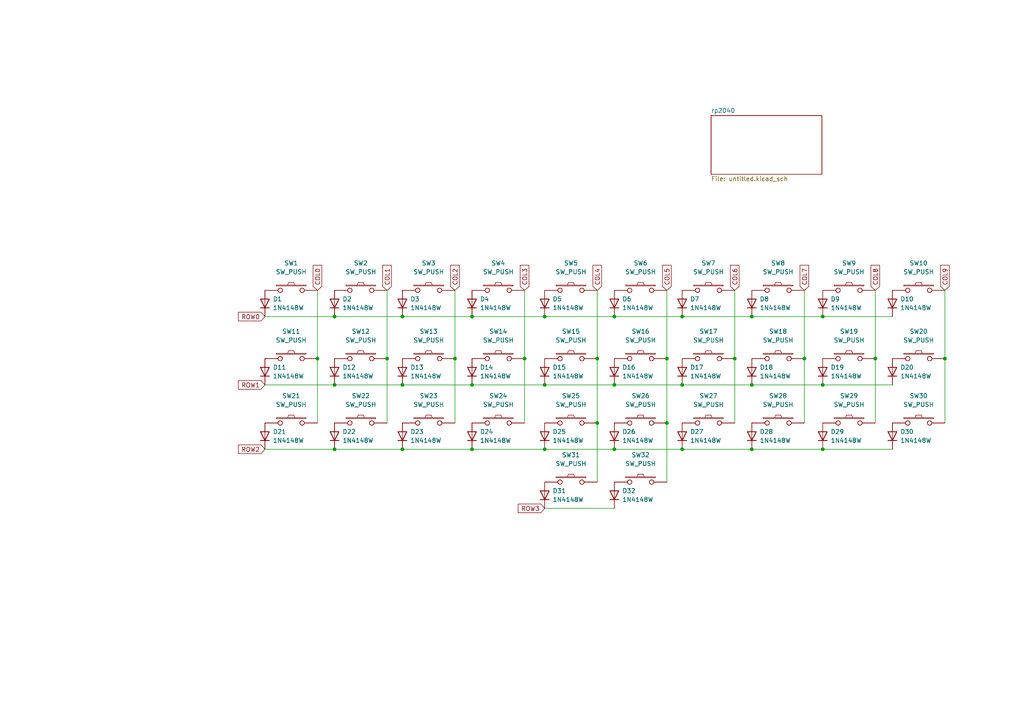
<source format=kicad_sch>
(kicad_sch (version 20230121) (generator eeschema)
  (paper "A4")
  (lib_symbols
    (symbol "Diode:1N4148W" (pin_numbers hide) (pin_names hide)
      (property "Reference" "D" (at 0 2.54 0))
      (property "Value" "1N4148W" (at 0 -2.54 0))
      (symbol "1N4148W_0_1"
        (polyline (pts (xy -1.27 1.27) (xy -1.27 -1.27)) (stroke (width 0.254)))
        (polyline (pts (xy 1.27 0) (xy -1.27 0)))
        (polyline (pts (xy 1.27 1.27) (xy 1.27 -1.27) (xy -1.27 0) (xy 1.27 1.27)) (stroke (width 0.254)))
      )
      (symbol "1N4148W_1_1"
        (pin passive line (at -3.81 0 0) (length 2.54) (name "K") (number "1"))
        (pin passive line (at 3.81 0 180) (length 2.54) (name "A") (number "2"))
      )
    )
    (symbol "kbd:SW_PUSH" (pin_numbers hide) (pin_names (offset 1.016) hide)
      (property "Reference" "SW" (at 3.81 2.794 0))
      (property "Value" "SW_PUSH" (at 0 -2.032 0))
      (symbol "SW_PUSH_0_1"
        (rectangle (start -4.318 1.27) (end 4.318 1.524))
        (polyline (pts (xy -1.016 1.524) (xy -0.762 2.286) (xy 0.762 2.286) (xy 1.016 1.524)))
        (pin passive inverted (at -7.62 0 0) (length 5.08) (name "1") (number "1"))
        (pin passive inverted (at 7.62 0 180) (length 5.08) (name "2") (number "2"))
      )
    )
  )
  (junction (at 218.059 130.302))
  (junction (at 218.059 111.633))
  (junction (at 131.953 104.013))
  (junction (at 92.075 104.013))
  (junction (at 116.713 111.633))
  (junction (at 238.633 111.633))
  (junction (at 157.988 111.633))
  (junction (at 157.988 91.821))
  (junction (at 116.713 91.821))
  (junction (at 253.873 104.013))
  (junction (at 274.066 104.013))
  (junction (at 173.228 104.013))
  (junction (at 136.906 111.633))
  (junction (at 197.866 130.302))
  (junction (at 152.146 104.013))
  (junction (at 136.906 130.302))
  (junction (at 97.028 111.633))
  (junction (at 97.028 91.821))
  (junction (at 112.268 104.013))
  (junction (at 238.633 91.821))
  (junction (at 136.906 91.821))
  (junction (at 197.866 111.633))
  (junction (at 213.106 104.013))
  (junction (at 116.713 130.302))
  (junction (at 157.988 130.302))
  (junction (at 178.181 111.633))
  (junction (at 178.181 91.821))
  (junction (at 233.299 104.013))
  (junction (at 197.866 91.821))
  (junction (at 173.228 122.682))
  (junction (at 178.181 130.302))
  (junction (at 97.028 130.302))
  (junction (at 238.633 130.302))
  (junction (at 218.059 91.821))
  (junction (at 193.421 104.013))
  (junction (at 193.421 122.682))
  (wire (pts (xy 218.059 91.821) (xy 238.633 91.821)))
  (wire (pts (xy 193.421 122.682) (xy 193.421 139.827)))
  (wire (pts (xy 218.059 111.633) (xy 238.633 111.633)))
  (wire (pts (xy 116.713 111.633) (xy 136.906 111.633)))
  (wire (pts (xy 218.059 130.302) (xy 238.633 130.302)))
  (wire (pts (xy 233.299 84.201) (xy 233.299 104.013)))
  (wire (pts (xy 253.873 104.013) (xy 253.873 122.682)))
  (wire (pts (xy 97.028 91.821) (xy 116.713 91.821)))
  (wire (pts (xy 238.633 111.633) (xy 258.826 111.633)))
  (wire (pts (xy 112.268 84.201) (xy 112.268 104.013)))
  (wire (pts (xy 157.988 130.302) (xy 178.181 130.302)))
  (wire (pts (xy 157.988 111.633) (xy 178.181 111.633)))
  (wire (pts (xy 131.953 84.201) (xy 131.953 104.013)))
  (wire (pts (xy 197.866 111.633) (xy 218.059 111.633)))
  (wire (pts (xy 76.835 111.633) (xy 97.028 111.633)))
  (wire (pts (xy 152.146 104.013) (xy 152.146 122.682)))
  (wire (pts (xy 213.106 84.201) (xy 213.106 104.013)))
  (wire (pts (xy 136.906 111.633) (xy 157.988 111.633)))
  (wire (pts (xy 238.633 130.302) (xy 258.826 130.302)))
  (wire (pts (xy 173.228 84.201) (xy 173.228 104.013)))
  (wire (pts (xy 253.873 84.201) (xy 253.873 104.013)))
  (wire (pts (xy 173.228 104.013) (xy 173.228 122.682)))
  (wire (pts (xy 274.066 84.201) (xy 274.066 104.013)))
  (wire (pts (xy 76.835 130.302) (xy 97.028 130.302)))
  (wire (pts (xy 173.228 122.682) (xy 173.228 139.827)))
  (wire (pts (xy 97.028 130.302) (xy 116.713 130.302)))
  (wire (pts (xy 238.633 91.821) (xy 258.826 91.821)))
  (wire (pts (xy 136.906 130.302) (xy 157.988 130.302)))
  (wire (pts (xy 92.075 104.013) (xy 92.075 122.682)))
  (wire (pts (xy 97.028 111.633) (xy 116.713 111.633)))
  (wire (pts (xy 92.075 84.201) (xy 92.075 104.013)))
  (wire (pts (xy 116.713 130.302) (xy 136.906 130.302)))
  (wire (pts (xy 157.988 147.447) (xy 178.181 147.447)))
  (wire (pts (xy 136.906 91.821) (xy 157.988 91.821)))
  (wire (pts (xy 116.713 91.821) (xy 136.906 91.821)))
  (wire (pts (xy 213.106 104.013) (xy 213.106 122.682)))
  (wire (pts (xy 178.181 111.633) (xy 197.866 111.633)))
  (wire (pts (xy 112.268 104.013) (xy 112.268 122.682)))
  (wire (pts (xy 197.866 130.302) (xy 218.059 130.302)))
  (wire (pts (xy 131.953 104.013) (xy 131.953 122.682)))
  (wire (pts (xy 193.421 84.201) (xy 193.421 104.013)))
  (wire (pts (xy 233.299 104.013) (xy 233.299 122.682)))
  (wire (pts (xy 157.988 91.821) (xy 178.181 91.821)))
  (wire (pts (xy 178.181 130.302) (xy 197.866 130.302)))
  (wire (pts (xy 76.835 91.821) (xy 97.028 91.821)))
  (wire (pts (xy 152.146 84.201) (xy 152.146 104.013)))
  (wire (pts (xy 274.066 104.013) (xy 274.066 122.682)))
  (wire (pts (xy 178.181 91.821) (xy 197.866 91.821)))
  (wire (pts (xy 193.421 104.013) (xy 193.421 122.682)))
  (wire (pts (xy 197.866 91.821) (xy 218.059 91.821)))
  (global_label "ROW3" (shape input) (at 157.988 147.447 180) (property "Intersheetrefs" "${INTERSHEET_REFS}" (effects hide)))
  (global_label "COL7" (shape input) (at 233.299 84.201 90) (property "Intersheetrefs" "${INTERSHEET_REFS}" (effects hide)))
  (global_label "ROW2" (shape input) (at 76.835 130.302 180) (property "Intersheetrefs" "${INTERSHEET_REFS}" (effects hide)))
  (global_label "COL1" (shape input) (at 112.268 84.201 90) (property "Intersheetrefs" "${INTERSHEET_REFS}" (effects hide)))
  (global_label "COL5" (shape input) (at 193.421 84.201 90) (property "Intersheetrefs" "${INTERSHEET_REFS}" (effects hide)))
  (global_label "COL8" (shape input) (at 253.873 84.201 90) (property "Intersheetrefs" "${INTERSHEET_REFS}" (effects hide)))
  (global_label "COL0" (shape input) (at 92.075 84.201 90) (property "Intersheetrefs" "${INTERSHEET_REFS}" (effects hide)))
  (global_label "COL9" (shape input) (at 274.066 84.201 90) (property "Intersheetrefs" "${INTERSHEET_REFS}" (effects hide)))
  (global_label "ROW1" (shape input) (at 76.835 111.633 180) (property "Intersheetrefs" "${INTERSHEET_REFS}" (effects hide)))
  (global_label "ROW0" (shape input) (at 76.835 91.821 180) (property "Intersheetrefs" "${INTERSHEET_REFS}" (effects hide)))
  (global_label "COL4" (shape input) (at 173.228 84.201 90) (property "Intersheetrefs" "${INTERSHEET_REFS}" (effects hide)))
  (global_label "COL2" (shape input) (at 131.953 84.201 90) (property "Intersheetrefs" "${INTERSHEET_REFS}" (effects hide)))
  (global_label "COL3" (shape input) (at 152.146 84.201 90) (property "Intersheetrefs" "${INTERSHEET_REFS}" (effects hide)))
  (global_label "COL6" (shape input) (at 213.106 84.201 90) (property "Intersheetrefs" "${INTERSHEET_REFS}" (effects hide)))
  (symbol (lib_id "kbd:SW_PUSH") (at 266.446 84.201 0) (unit 1)
    (property "Reference" "SW10" (at 266.446 76.327 0))
    (property "Value" "SW_PUSH" (at 266.446 78.867 0))
    (property "Footprint" "kbd:CherryMX_Hotswap-3d-smd" (effects hide))
  )
  (symbol (lib_id "kbd:SW_PUSH") (at 185.801 104.013 0) (unit 1)
    (property "Reference" "SW16" (at 185.801 96.139 0))
    (property "Value" "SW_PUSH" (at 185.801 98.679 0))
    (property "Footprint" "kbd:CherryMX_Hotswap-3d-smd" (effects hide))
  )
  (symbol (lib_id "kbd:SW_PUSH") (at 144.526 84.201 0) (unit 1)
    (property "Reference" "SW4" (at 144.526 76.327 0))
    (property "Value" "SW_PUSH" (at 144.526 78.867 0))
    (property "Footprint" "kbd:CherryMX_Hotswap-3d-smd" (effects hide))
  )
  (symbol (lib_id "Diode:1N4148W") (at 136.906 107.823 90) (unit 1)
    (property "Reference" "D14" (at 139.192 106.5529 90) (effects (justify right)))
    (property "Value" "1N4148W" (at 139.192 109.0929 90) (effects (justify right)))
    (property "Footprint" "Diode_SMD:D_SOD-123" (effects hide))
    (property "Datasheet" "https://www.vishay.com/docs/85748/1n4148w.pdf" (effects hide))
  )
  (symbol (lib_id "Diode:1N4148W") (at 97.028 107.823 90) (unit 1)
    (property "Reference" "D12" (at 99.314 106.5529 90) (effects (justify right)))
    (property "Value" "1N4148W" (at 99.314 109.0929 90) (effects (justify right)))
    (property "Footprint" "Diode_SMD:D_SOD-123" (effects hide))
    (property "Datasheet" "https://www.vishay.com/docs/85748/1n4148w.pdf" (effects hide))
  )
  (symbol (lib_id "kbd:SW_PUSH") (at 124.333 104.013 0) (unit 1)
    (property "Reference" "SW13" (at 124.333 96.139 0))
    (property "Value" "SW_PUSH" (at 124.333 98.679 0))
    (property "Footprint" "kbd:CherryMX_Hotswap-3d-smd" (effects hide))
  )
  (symbol (lib_id "Diode:1N4148W") (at 258.826 107.823 90) (unit 1)
    (property "Reference" "D20" (at 261.112 106.5529 90) (effects (justify right)))
    (property "Value" "1N4148W" (at 261.112 109.0929 90) (effects (justify right)))
    (property "Footprint" "Diode_SMD:D_SOD-123" (effects hide))
    (property "Datasheet" "https://www.vishay.com/docs/85748/1n4148w.pdf" (effects hide))
  )
  (symbol (lib_id "Diode:1N4148W") (at 258.826 88.011 90) (unit 1)
    (property "Reference" "D10" (at 261.112 86.7409 90) (effects (justify right)))
    (property "Value" "1N4148W" (at 261.112 89.2809 90) (effects (justify right)))
    (property "Footprint" "Diode_SMD:D_SOD-123" (effects hide))
    (property "Datasheet" "https://www.vishay.com/docs/85748/1n4148w.pdf" (effects hide))
  )
  (symbol (lib_id "Diode:1N4148W") (at 116.713 107.823 90) (unit 1)
    (property "Reference" "D13" (at 118.999 106.5529 90) (effects (justify right)))
    (property "Value" "1N4148W" (at 118.999 109.0929 90) (effects (justify right)))
    (property "Footprint" "Diode_SMD:D_SOD-123" (effects hide))
    (property "Datasheet" "https://www.vishay.com/docs/85748/1n4148w.pdf" (effects hide))
  )
  (symbol (lib_id "kbd:SW_PUSH") (at 124.333 122.682 0) (unit 1)
    (property "Reference" "SW23" (at 124.333 114.808 0))
    (property "Value" "SW_PUSH" (at 124.333 117.348 0))
    (property "Footprint" "kbd:CherryMX_Hotswap-3d-smd" (effects hide))
  )
  (symbol (lib_id "Diode:1N4148W") (at 178.181 143.637 90) (unit 1)
    (property "Reference" "D32" (at 180.467 142.3669 90) (effects (justify right)))
    (property "Value" "1N4148W" (at 180.467 144.9069 90) (effects (justify right)))
    (property "Footprint" "Diode_SMD:D_SOD-123" (effects hide))
    (property "Datasheet" "https://www.vishay.com/docs/85748/1n4148w.pdf" (effects hide))
  )
  (symbol (lib_id "Diode:1N4148W") (at 97.028 126.492 90) (unit 1)
    (property "Reference" "D22" (at 99.314 125.2219 90) (effects (justify right)))
    (property "Value" "1N4148W" (at 99.314 127.7619 90) (effects (justify right)))
    (property "Footprint" "Diode_SMD:D_SOD-123" (effects hide))
    (property "Datasheet" "https://www.vishay.com/docs/85748/1n4148w.pdf" (effects hide))
  )
  (symbol (lib_id "kbd:SW_PUSH") (at 165.608 104.013 0) (unit 1)
    (property "Reference" "SW15" (at 165.608 96.139 0))
    (property "Value" "SW_PUSH" (at 165.608 98.679 0))
    (property "Footprint" "kbd:CherryMX_Hotswap-3d-smd" (effects hide))
  )
  (symbol (lib_id "Diode:1N4148W") (at 116.713 88.011 90) (unit 1)
    (property "Reference" "D3" (at 118.999 86.7409 90) (effects (justify right)))
    (property "Value" "1N4148W" (at 118.999 89.2809 90) (effects (justify right)))
    (property "Footprint" "Diode_SMD:D_SOD-123" (effects hide))
    (property "Datasheet" "https://www.vishay.com/docs/85748/1n4148w.pdf" (effects hide))
  )
  (symbol (lib_id "kbd:SW_PUSH") (at 84.455 84.201 0) (unit 1)
    (property "Reference" "SW1" (at 84.455 76.327 0))
    (property "Value" "SW_PUSH" (at 84.455 78.867 0))
    (property "Footprint" "kbd:CherryMX_Hotswap-3d-smd" (effects hide))
    (property "LCSC" "C5156480" (effects hide))
  )
  (symbol (lib_id "kbd:SW_PUSH") (at 246.253 84.201 0) (unit 1)
    (property "Reference" "SW9" (at 246.253 76.327 0))
    (property "Value" "SW_PUSH" (at 246.253 78.867 0))
    (property "Footprint" "kbd:CherryMX_Hotswap-3d-smd" (effects hide))
  )
  (symbol (lib_id "kbd:SW_PUSH") (at 165.608 139.827 0) (unit 1)
    (property "Reference" "SW31" (at 165.608 131.953 0))
    (property "Value" "SW_PUSH" (at 165.608 134.493 0))
    (property "Footprint" "kbd:CherryMX_Hotswap-3d-smd" (effects hide))
  )
  (symbol (lib_id "Diode:1N4148W") (at 157.988 143.637 90) (unit 1)
    (property "Reference" "D31" (at 160.274 142.3669 90) (effects (justify right)))
    (property "Value" "1N4148W" (at 160.274 144.9069 90) (effects (justify right)))
    (property "Footprint" "Diode_SMD:D_SOD-123" (effects hide))
    (property "Datasheet" "https://www.vishay.com/docs/85748/1n4148w.pdf" (effects hide))
  )
  (symbol (lib_id "Diode:1N4148W") (at 97.028 88.011 90) (unit 1)
    (property "Reference" "D2" (at 99.314 86.7409 90) (effects (justify right)))
    (property "Value" "1N4148W" (at 99.314 89.2809 90) (effects (justify right)))
    (property "Footprint" "Diode_SMD:D_SOD-123" (effects hide))
    (property "Datasheet" "https://www.vishay.com/docs/85748/1n4148w.pdf" (effects hide))
  )
  (symbol (lib_id "kbd:SW_PUSH") (at 185.801 122.682 0) (unit 1)
    (property "Reference" "SW26" (at 185.801 114.808 0))
    (property "Value" "SW_PUSH" (at 185.801 117.348 0))
    (property "Footprint" "kbd:CherryMX_Hotswap-3d-smd" (effects hide))
  )
  (symbol (lib_id "Diode:1N4148W") (at 238.633 88.011 90) (unit 1)
    (property "Reference" "D9" (at 240.919 86.7409 90) (effects (justify right)))
    (property "Value" "1N4148W" (at 240.919 89.2809 90) (effects (justify right)))
    (property "Footprint" "Diode_SMD:D_SOD-123" (effects hide))
    (property "Datasheet" "https://www.vishay.com/docs/85748/1n4148w.pdf" (effects hide))
  )
  (symbol (lib_id "kbd:SW_PUSH") (at 104.648 84.201 0) (unit 1)
    (property "Reference" "SW2" (at 104.648 76.327 0))
    (property "Value" "SW_PUSH" (at 104.648 78.867 0))
    (property "Footprint" "kbd:CherryMX_Hotswap-3d-smd" (effects hide))
  )
  (symbol (lib_id "kbd:SW_PUSH") (at 266.446 122.682 0) (unit 1)
    (property "Reference" "SW30" (at 266.446 114.808 0))
    (property "Value" "SW_PUSH" (at 266.446 117.348 0))
    (property "Footprint" "kbd:CherryMX_Hotswap-3d-smd" (effects hide))
  )
  (symbol (lib_id "Diode:1N4148W") (at 218.059 126.492 90) (unit 1)
    (property "Reference" "D28" (at 220.345 125.2219 90) (effects (justify right)))
    (property "Value" "1N4148W" (at 220.345 127.7619 90) (effects (justify right)))
    (property "Footprint" "Diode_SMD:D_SOD-123" (effects hide))
    (property "Datasheet" "https://www.vishay.com/docs/85748/1n4148w.pdf" (effects hide))
  )
  (symbol (lib_id "kbd:SW_PUSH") (at 205.486 84.201 0) (unit 1)
    (property "Reference" "SW7" (at 205.486 76.327 0))
    (property "Value" "SW_PUSH" (at 205.486 78.867 0))
    (property "Footprint" "kbd:CherryMX_Hotswap-3d-smd" (effects hide))
  )
  (symbol (lib_id "Diode:1N4148W") (at 197.866 88.011 90) (unit 1)
    (property "Reference" "D7" (at 200.152 86.7409 90) (effects (justify right)))
    (property "Value" "1N4148W" (at 200.152 89.2809 90) (effects (justify right)))
    (property "Footprint" "Diode_SMD:D_SOD-123" (effects hide))
    (property "Datasheet" "https://www.vishay.com/docs/85748/1n4148w.pdf" (effects hide))
  )
  (symbol (lib_id "kbd:SW_PUSH") (at 144.526 122.682 0) (unit 1)
    (property "Reference" "SW24" (at 144.526 114.808 0))
    (property "Value" "SW_PUSH" (at 144.526 117.348 0))
    (property "Footprint" "kbd:CherryMX_Hotswap-3d-smd" (effects hide))
  )
  (symbol (lib_id "kbd:SW_PUSH") (at 205.486 104.013 0) (unit 1)
    (property "Reference" "SW17" (at 205.486 96.139 0))
    (property "Value" "SW_PUSH" (at 205.486 98.679 0))
    (property "Footprint" "kbd:CherryMX_Hotswap-3d-smd" (effects hide))
  )
  (symbol (lib_id "kbd:SW_PUSH") (at 165.608 122.682 0) (unit 1)
    (property "Reference" "SW25" (at 165.608 114.808 0))
    (property "Value" "SW_PUSH" (at 165.608 117.348 0))
    (property "Footprint" "kbd:CherryMX_Hotswap-3d-smd" (effects hide))
  )
  (symbol (lib_id "Diode:1N4148W") (at 76.835 126.492 90) (unit 1)
    (property "Reference" "D21" (at 79.121 125.2219 90) (effects (justify right)))
    (property "Value" "1N4148W" (at 79.121 127.7619 90) (effects (justify right)))
    (property "Footprint" "Diode_SMD:D_SOD-123" (effects hide))
    (property "Datasheet" "https://www.vishay.com/docs/85748/1n4148w.pdf" (effects hide))
  )
  (symbol (lib_id "kbd:SW_PUSH") (at 84.455 122.682 0) (unit 1)
    (property "Reference" "SW21" (at 84.455 114.808 0))
    (property "Value" "SW_PUSH" (at 84.455 117.348 0))
    (property "Footprint" "kbd:CherryMX_Hotswap-3d-smd" (effects hide))
  )
  (symbol (lib_id "Diode:1N4148W") (at 197.866 126.492 90) (unit 1)
    (property "Reference" "D27" (at 200.152 125.2219 90) (effects (justify right)))
    (property "Value" "1N4148W" (at 200.152 127.7619 90) (effects (justify right)))
    (property "Footprint" "Diode_SMD:D_SOD-123" (effects hide))
    (property "Datasheet" "https://www.vishay.com/docs/85748/1n4148w.pdf" (effects hide))
  )
  (symbol (lib_id "Diode:1N4148W") (at 197.866 107.823 90) (unit 1)
    (property "Reference" "D17" (at 200.152 106.5529 90) (effects (justify right)))
    (property "Value" "1N4148W" (at 200.152 109.0929 90) (effects (justify right)))
    (property "Footprint" "Diode_SMD:D_SOD-123" (effects hide))
    (property "Datasheet" "https://www.vishay.com/docs/85748/1n4148w.pdf" (effects hide))
  )
  (symbol (lib_id "Diode:1N4148W") (at 178.181 126.492 90) (unit 1)
    (property "Reference" "D26" (at 180.467 125.2219 90) (effects (justify right)))
    (property "Value" "1N4148W" (at 180.467 127.7619 90) (effects (justify right)))
    (property "Footprint" "Diode_SMD:D_SOD-123" (effects hide))
    (property "Datasheet" "https://www.vishay.com/docs/85748/1n4148w.pdf" (effects hide))
  )
  (symbol (lib_id "Diode:1N4148W") (at 218.059 88.011 90) (unit 1)
    (property "Reference" "D8" (at 220.345 86.7409 90) (effects (justify right)))
    (property "Value" "1N4148W" (at 220.345 89.2809 90) (effects (justify right)))
    (property "Footprint" "Diode_SMD:D_SOD-123" (effects hide))
    (property "Datasheet" "https://www.vishay.com/docs/85748/1n4148w.pdf" (effects hide))
  )
  (symbol (lib_id "Diode:1N4148W") (at 178.181 107.823 90) (unit 1)
    (property "Reference" "D16" (at 180.467 106.5529 90) (effects (justify right)))
    (property "Value" "1N4148W" (at 180.467 109.0929 90) (effects (justify right)))
    (property "Footprint" "Diode_SMD:D_SOD-123" (effects hide))
    (property "Datasheet" "https://www.vishay.com/docs/85748/1n4148w.pdf" (effects hide))
  )
  (symbol (lib_id "Diode:1N4148W") (at 157.988 88.011 90) (unit 1)
    (property "Reference" "D5" (at 160.274 86.7409 90) (effects (justify right)))
    (property "Value" "1N4148W" (at 160.274 89.2809 90) (effects (justify right)))
    (property "Footprint" "Diode_SMD:D_SOD-123" (effects hide))
    (property "Datasheet" "https://www.vishay.com/docs/85748/1n4148w.pdf" (effects hide))
  )
  (symbol (lib_id "Diode:1N4148W") (at 258.826 126.492 90) (unit 1)
    (property "Reference" "D30" (at 261.112 125.2219 90) (effects (justify right)))
    (property "Value" "1N4148W" (at 261.112 127.7619 90) (effects (justify right)))
    (property "Footprint" "Diode_SMD:D_SOD-123" (effects hide))
    (property "Datasheet" "https://www.vishay.com/docs/85748/1n4148w.pdf" (effects hide))
  )
  (symbol (lib_id "kbd:SW_PUSH") (at 225.679 104.013 0) (unit 1)
    (property "Reference" "SW18" (at 225.679 96.139 0))
    (property "Value" "SW_PUSH" (at 225.679 98.679 0))
    (property "Footprint" "kbd:CherryMX_Hotswap-3d-smd" (effects hide))
  )
  (symbol (lib_id "Diode:1N4148W") (at 136.906 88.011 90) (unit 1)
    (property "Reference" "D4" (at 139.192 86.7409 90) (effects (justify right)))
    (property "Value" "1N4148W" (at 139.192 89.2809 90) (effects (justify right)))
    (property "Footprint" "Diode_SMD:D_SOD-123" (effects hide))
    (property "Datasheet" "https://www.vishay.com/docs/85748/1n4148w.pdf" (effects hide))
  )
  (symbol (lib_id "kbd:SW_PUSH") (at 205.486 122.682 0) (unit 1)
    (property "Reference" "SW27" (at 205.486 114.808 0))
    (property "Value" "SW_PUSH" (at 205.486 117.348 0))
    (property "Footprint" "kbd:CherryMX_Hotswap-3d-smd" (effects hide))
  )
  (symbol (lib_id "kbd:SW_PUSH") (at 124.333 84.201 0) (unit 1)
    (property "Reference" "SW3" (at 124.333 76.327 0))
    (property "Value" "SW_PUSH" (at 124.333 78.867 0))
    (property "Footprint" "kbd:CherryMX_Hotswap-3d-smd" (effects hide))
  )
  (symbol (lib_id "kbd:SW_PUSH") (at 165.608 84.201 0) (unit 1)
    (property "Reference" "SW5" (at 165.608 76.327 0))
    (property "Value" "SW_PUSH" (at 165.608 78.867 0))
    (property "Footprint" "kbd:CherryMX_Hotswap-3d-smd" (effects hide))
  )
  (symbol (lib_id "Diode:1N4148W") (at 218.059 107.823 90) (unit 1)
    (property "Reference" "D18" (at 220.345 106.5529 90) (effects (justify right)))
    (property "Value" "1N4148W" (at 220.345 109.0929 90) (effects (justify right)))
    (property "Footprint" "Diode_SMD:D_SOD-123" (effects hide))
    (property "Datasheet" "https://www.vishay.com/docs/85748/1n4148w.pdf" (effects hide))
  )
  (symbol (lib_id "kbd:SW_PUSH") (at 84.455 104.013 0) (unit 1)
    (property "Reference" "SW11" (at 84.455 96.139 0))
    (property "Value" "SW_PUSH" (at 84.455 98.679 0))
    (property "Footprint" "kbd:CherryMX_Hotswap-3d-smd" (effects hide))
  )
  (symbol (lib_id "Diode:1N4148W") (at 238.633 107.823 90) (unit 1)
    (property "Reference" "D19" (at 240.919 106.5529 90) (effects (justify right)))
    (property "Value" "1N4148W" (at 240.919 109.0929 90) (effects (justify right)))
    (property "Footprint" "Diode_SMD:D_SOD-123" (effects hide))
    (property "Datasheet" "https://www.vishay.com/docs/85748/1n4148w.pdf" (effects hide))
  )
  (symbol (lib_id "Diode:1N4148W") (at 178.181 88.011 90) (unit 1)
    (property "Reference" "D6" (at 180.467 86.7409 90) (effects (justify right)))
    (property "Value" "1N4148W" (at 180.467 89.2809 90) (effects (justify right)))
    (property "Footprint" "Diode_SMD:D_SOD-123" (effects hide))
    (property "Datasheet" "https://www.vishay.com/docs/85748/1n4148w.pdf" (effects hide))
  )
  (symbol (lib_id "Diode:1N4148W") (at 136.906 126.492 90) (unit 1)
    (property "Reference" "D24" (at 139.192 125.2219 90) (effects (justify right)))
    (property "Value" "1N4148W" (at 139.192 127.7619 90) (effects (justify right)))
    (property "Footprint" "Diode_SMD:D_SOD-123" (effects hide))
    (property "Datasheet" "https://www.vishay.com/docs/85748/1n4148w.pdf" (effects hide))
  )
  (symbol (lib_id "Diode:1N4148W") (at 157.988 126.492 90) (unit 1)
    (property "Reference" "D25" (at 160.274 125.2219 90) (effects (justify right)))
    (property "Value" "1N4148W" (at 160.274 127.7619 90) (effects (justify right)))
    (property "Footprint" "Diode_SMD:D_SOD-123" (effects hide))
    (property "Datasheet" "https://www.vishay.com/docs/85748/1n4148w.pdf" (effects hide))
  )
  (symbol (lib_id "Diode:1N4148W") (at 76.835 88.011 90) (unit 1)
    (property "Reference" "D1" (at 79.121 86.7409 90) (effects (justify right)))
    (property "Value" "1N4148W" (at 79.121 89.2809 90) (effects (justify right)))
    (property "Footprint" "Diode_SMD:D_SOD-123" (effects hide))
    (property "Datasheet" "https://www.vishay.com/docs/85748/1n4148w.pdf" (effects hide))
  )
  (symbol (lib_id "Diode:1N4148W") (at 116.713 126.492 90) (unit 1)
    (property "Reference" "D23" (at 118.999 125.2219 90) (effects (justify right)))
    (property "Value" "1N4148W" (at 118.999 127.7619 90) (effects (justify right)))
    (property "Footprint" "Diode_SMD:D_SOD-123" (effects hide))
    (property "Datasheet" "https://www.vishay.com/docs/85748/1n4148w.pdf" (effects hide))
  )
  (symbol (lib_id "kbd:SW_PUSH") (at 144.526 104.013 0) (unit 1)
    (property "Reference" "SW14" (at 144.526 96.139 0))
    (property "Value" "SW_PUSH" (at 144.526 98.679 0))
    (property "Footprint" "kbd:CherryMX_Hotswap-3d-smd" (effects hide))
  )
  (symbol (lib_id "kbd:SW_PUSH") (at 246.253 122.682 0) (unit 1)
    (property "Reference" "SW29" (at 246.253 114.808 0))
    (property "Value" "SW_PUSH" (at 246.253 117.348 0))
    (property "Footprint" "kbd:CherryMX_Hotswap-3d-smd" (effects hide))
  )
  (symbol (lib_id "Diode:1N4148W") (at 238.633 126.492 90) (unit 1)
    (property "Reference" "D29" (at 240.919 125.2219 90) (effects (justify right)))
    (property "Value" "1N4148W" (at 240.919 127.7619 90) (effects (justify right)))
    (property "Footprint" "Diode_SMD:D_SOD-123" (effects hide))
    (property "Datasheet" "https://www.vishay.com/docs/85748/1n4148w.pdf" (effects hide))
  )
  (symbol (lib_id "kbd:SW_PUSH") (at 104.648 122.682 0) (unit 1)
    (property "Reference" "SW22" (at 104.648 114.808 0))
    (property "Value" "SW_PUSH" (at 104.648 117.348 0))
    (property "Footprint" "kbd:CherryMX_Hotswap-3d-smd" (effects hide))
  )
  (symbol (lib_id "kbd:SW_PUSH") (at 246.253 104.013 0) (unit 1)
    (property "Reference" "SW19" (at 246.253 96.139 0))
    (property "Value" "SW_PUSH" (at 246.253 98.679 0))
    (property "Footprint" "kbd:CherryMX_Hotswap-3d-smd" (effects hide))
  )
  (symbol (lib_id "kbd:SW_PUSH") (at 185.801 139.827 0) (unit 1)
    (property "Reference" "SW32" (at 185.801 131.953 0))
    (property "Value" "SW_PUSH" (at 185.801 134.493 0))
    (property "Footprint" "kbd:CherryMX_Hotswap-3d-smd" (effects hide))
  )
  (symbol (lib_id "Diode:1N4148W") (at 76.835 107.823 90) (unit 1)
    (property "Reference" "D11" (at 79.121 106.5529 90) (effects (justify right)))
    (property "Value" "1N4148W" (at 79.121 109.0929 90) (effects (justify right)))
    (property "Footprint" "Diode_SMD:D_SOD-123" (effects hide))
    (property "Datasheet" "https://www.vishay.com/docs/85748/1n4148w.pdf" (effects hide))
  )
  (symbol (lib_id "kbd:SW_PUSH") (at 225.679 84.201 0) (unit 1)
    (property "Reference" "SW8" (at 225.679 76.327 0))
    (property "Value" "SW_PUSH" (at 225.679 78.867 0))
    (property "Footprint" "kbd:CherryMX_Hotswap-3d-smd" (effects hide))
  )
  (symbol (lib_id "kbd:SW_PUSH") (at 225.679 122.682 0) (unit 1)
    (property "Reference" "SW28" (at 225.679 114.808 0))
    (property "Value" "SW_PUSH" (at 225.679 117.348 0))
    (property "Footprint" "kbd:CherryMX_Hotswap-3d-smd" (effects hide))
  )
  (symbol (lib_id "Diode:1N4148W") (at 157.988 107.823 90) (unit 1)
    (property "Reference" "D15" (at 160.274 106.5529 90) (effects (justify right)))
    (property "Value" "1N4148W" (at 160.274 109.0929 90) (effects (justify right)))
    (property "Footprint" "Diode_SMD:D_SOD-123" (effects hide))
    (property "Datasheet" "https://www.vishay.com/docs/85748/1n4148w.pdf" (effects hide))
  )
  (symbol (lib_id "kbd:SW_PUSH") (at 266.446 104.013 0) (unit 1)
    (property "Reference" "SW20" (at 266.446 96.139 0))
    (property "Value" "SW_PUSH" (at 266.446 98.679 0))
    (property "Footprint" "kbd:CherryMX_Hotswap-3d-smd" (effects hide))
  )
  (symbol (lib_id "kbd:SW_PUSH") (at 104.648 104.013 0) (unit 1)
    (property "Reference" "SW12" (at 104.648 96.139 0))
    (property "Value" "SW_PUSH" (at 104.648 98.679 0))
    (property "Footprint" "kbd:CherryMX_Hotswap-3d-smd" (effects hide))
  )
  (symbol (lib_id "kbd:SW_PUSH") (at 185.801 84.201 0) (unit 1)
    (property "Reference" "SW6" (at 185.801 76.327 0))
    (property "Value" "SW_PUSH" (at 185.801 78.867 0))
    (property "Footprint" "kbd:CherryMX_Hotswap-3d-smd" (effects hide))
  )
  (sheet (at 206.248 33.528) (size 32.131 17.018) (stroke (width 0.1524))
    (property "Sheetname" "rp2040" (at 206.248 32.8164 0) (effects (justify left bottom)))
    (property "Sheetfile" "untitled.kicad_sch" (at 206.248 51.1306 0) (effects (justify left top)))
  )
)
</source>
